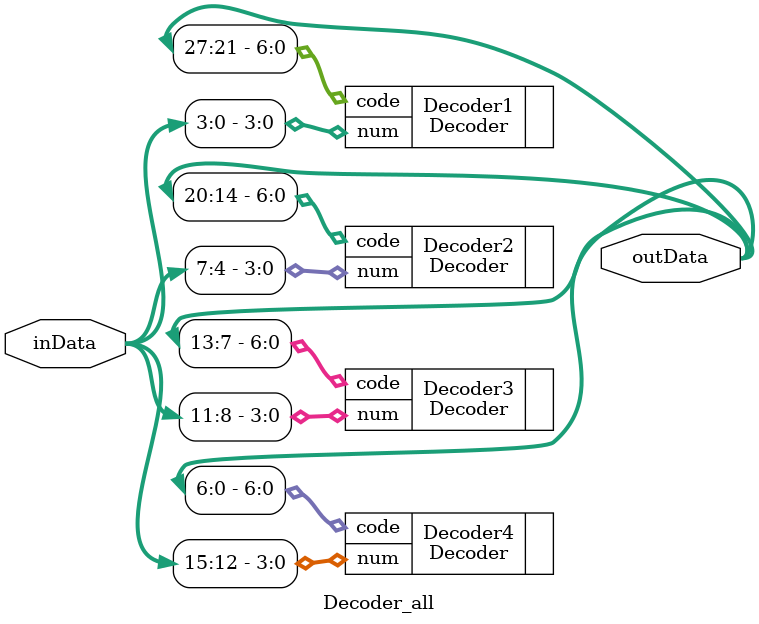
<source format=v>
`timescale 1ns / 1ps


module Decoder_all(
	input [15:0] inData,
	output [27:0] outData
    );
    Decoder Decoder1(.num(inData[3:0]), .code(outData[27:21]));
    Decoder Decoder2(.num(inData[7:4]), .code(outData[20:14]));
    Decoder Decoder3(.num(inData[11:8]), .code(outData[13:7]));
    Decoder Decoder4(.num(inData[15:12]), .code(outData[6:0]));
endmodule

</source>
